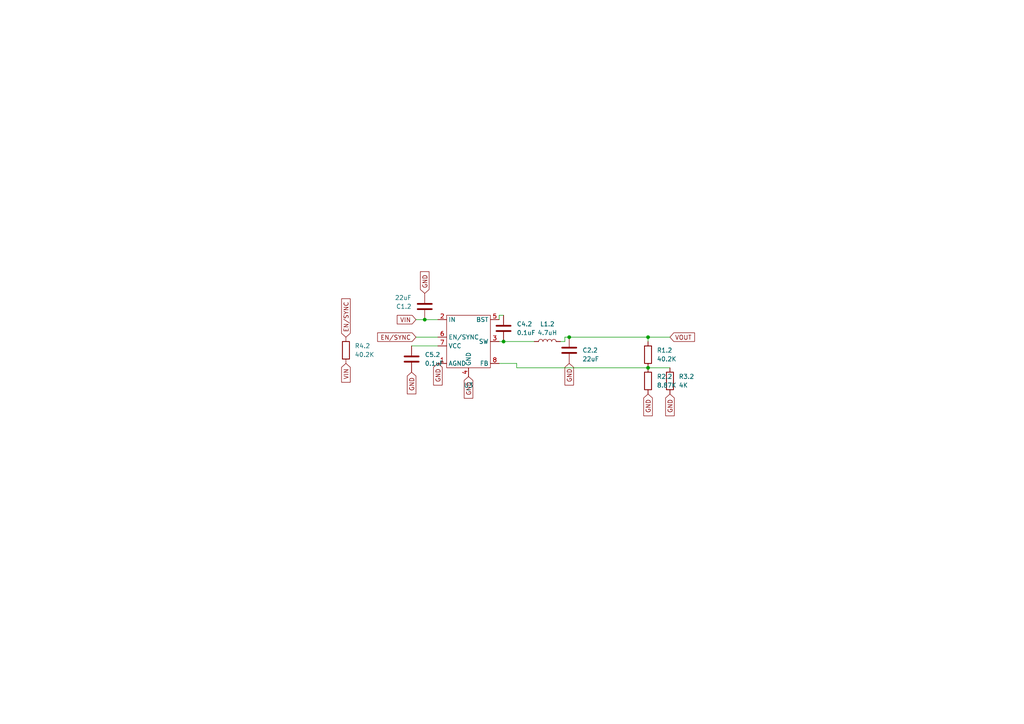
<source format=kicad_sch>
(kicad_sch
	(version 20231120)
	(generator "eeschema")
	(generator_version "8.0")
	(uuid "601a2f41-4d8e-4d35-ab85-be51746b7fa5")
	(paper "A4")
	(lib_symbols
		(symbol "Device:C"
			(pin_numbers hide)
			(pin_names
				(offset 0.254)
			)
			(exclude_from_sim no)
			(in_bom yes)
			(on_board yes)
			(property "Reference" "C"
				(at 0.635 2.54 0)
				(effects
					(font
						(size 1.27 1.27)
					)
					(justify left)
				)
			)
			(property "Value" "C"
				(at 0.635 -2.54 0)
				(effects
					(font
						(size 1.27 1.27)
					)
					(justify left)
				)
			)
			(property "Footprint" ""
				(at 0.9652 -3.81 0)
				(effects
					(font
						(size 1.27 1.27)
					)
					(hide yes)
				)
			)
			(property "Datasheet" "~"
				(at 0 0 0)
				(effects
					(font
						(size 1.27 1.27)
					)
					(hide yes)
				)
			)
			(property "Description" "Unpolarized capacitor"
				(at 0 0 0)
				(effects
					(font
						(size 1.27 1.27)
					)
					(hide yes)
				)
			)
			(property "ki_keywords" "cap capacitor"
				(at 0 0 0)
				(effects
					(font
						(size 1.27 1.27)
					)
					(hide yes)
				)
			)
			(property "ki_fp_filters" "C_*"
				(at 0 0 0)
				(effects
					(font
						(size 1.27 1.27)
					)
					(hide yes)
				)
			)
			(symbol "C_0_1"
				(polyline
					(pts
						(xy -2.032 -0.762) (xy 2.032 -0.762)
					)
					(stroke
						(width 0.508)
						(type default)
					)
					(fill
						(type none)
					)
				)
				(polyline
					(pts
						(xy -2.032 0.762) (xy 2.032 0.762)
					)
					(stroke
						(width 0.508)
						(type default)
					)
					(fill
						(type none)
					)
				)
			)
			(symbol "C_1_1"
				(pin passive line
					(at 0 3.81 270)
					(length 2.794)
					(name "~"
						(effects
							(font
								(size 1.27 1.27)
							)
						)
					)
					(number "1"
						(effects
							(font
								(size 1.27 1.27)
							)
						)
					)
				)
				(pin passive line
					(at 0 -3.81 90)
					(length 2.794)
					(name "~"
						(effects
							(font
								(size 1.27 1.27)
							)
						)
					)
					(number "2"
						(effects
							(font
								(size 1.27 1.27)
							)
						)
					)
				)
			)
		)
		(symbol "Device:L"
			(pin_numbers hide)
			(pin_names
				(offset 1.016) hide)
			(exclude_from_sim no)
			(in_bom yes)
			(on_board yes)
			(property "Reference" "L"
				(at -1.27 0 90)
				(effects
					(font
						(size 1.27 1.27)
					)
				)
			)
			(property "Value" "L"
				(at 1.905 0 90)
				(effects
					(font
						(size 1.27 1.27)
					)
				)
			)
			(property "Footprint" ""
				(at 0 0 0)
				(effects
					(font
						(size 1.27 1.27)
					)
					(hide yes)
				)
			)
			(property "Datasheet" "~"
				(at 0 0 0)
				(effects
					(font
						(size 1.27 1.27)
					)
					(hide yes)
				)
			)
			(property "Description" "Inductor"
				(at 0 0 0)
				(effects
					(font
						(size 1.27 1.27)
					)
					(hide yes)
				)
			)
			(property "ki_keywords" "inductor choke coil reactor magnetic"
				(at 0 0 0)
				(effects
					(font
						(size 1.27 1.27)
					)
					(hide yes)
				)
			)
			(property "ki_fp_filters" "Choke_* *Coil* Inductor_* L_*"
				(at 0 0 0)
				(effects
					(font
						(size 1.27 1.27)
					)
					(hide yes)
				)
			)
			(symbol "L_0_1"
				(arc
					(start 0 -2.54)
					(mid 0.6323 -1.905)
					(end 0 -1.27)
					(stroke
						(width 0)
						(type default)
					)
					(fill
						(type none)
					)
				)
				(arc
					(start 0 -1.27)
					(mid 0.6323 -0.635)
					(end 0 0)
					(stroke
						(width 0)
						(type default)
					)
					(fill
						(type none)
					)
				)
				(arc
					(start 0 0)
					(mid 0.6323 0.635)
					(end 0 1.27)
					(stroke
						(width 0)
						(type default)
					)
					(fill
						(type none)
					)
				)
				(arc
					(start 0 1.27)
					(mid 0.6323 1.905)
					(end 0 2.54)
					(stroke
						(width 0)
						(type default)
					)
					(fill
						(type none)
					)
				)
			)
			(symbol "L_1_1"
				(pin passive line
					(at 0 3.81 270)
					(length 1.27)
					(name "1"
						(effects
							(font
								(size 1.27 1.27)
							)
						)
					)
					(number "1"
						(effects
							(font
								(size 1.27 1.27)
							)
						)
					)
				)
				(pin passive line
					(at 0 -3.81 90)
					(length 1.27)
					(name "2"
						(effects
							(font
								(size 1.27 1.27)
							)
						)
					)
					(number "2"
						(effects
							(font
								(size 1.27 1.27)
							)
						)
					)
				)
			)
		)
		(symbol "Device:R"
			(pin_numbers hide)
			(pin_names
				(offset 0)
			)
			(exclude_from_sim no)
			(in_bom yes)
			(on_board yes)
			(property "Reference" "R"
				(at 2.032 0 90)
				(effects
					(font
						(size 1.27 1.27)
					)
				)
			)
			(property "Value" "R"
				(at 0 0 90)
				(effects
					(font
						(size 1.27 1.27)
					)
				)
			)
			(property "Footprint" ""
				(at -1.778 0 90)
				(effects
					(font
						(size 1.27 1.27)
					)
					(hide yes)
				)
			)
			(property "Datasheet" "~"
				(at 0 0 0)
				(effects
					(font
						(size 1.27 1.27)
					)
					(hide yes)
				)
			)
			(property "Description" "Resistor"
				(at 0 0 0)
				(effects
					(font
						(size 1.27 1.27)
					)
					(hide yes)
				)
			)
			(property "ki_keywords" "R res resistor"
				(at 0 0 0)
				(effects
					(font
						(size 1.27 1.27)
					)
					(hide yes)
				)
			)
			(property "ki_fp_filters" "R_*"
				(at 0 0 0)
				(effects
					(font
						(size 1.27 1.27)
					)
					(hide yes)
				)
			)
			(symbol "R_0_1"
				(rectangle
					(start -1.016 -2.54)
					(end 1.016 2.54)
					(stroke
						(width 0.254)
						(type default)
					)
					(fill
						(type none)
					)
				)
			)
			(symbol "R_1_1"
				(pin passive line
					(at 0 3.81 270)
					(length 1.27)
					(name "~"
						(effects
							(font
								(size 1.27 1.27)
							)
						)
					)
					(number "1"
						(effects
							(font
								(size 1.27 1.27)
							)
						)
					)
				)
				(pin passive line
					(at 0 -3.81 90)
					(length 1.27)
					(name "~"
						(effects
							(font
								(size 1.27 1.27)
							)
						)
					)
					(number "2"
						(effects
							(font
								(size 1.27 1.27)
							)
						)
					)
				)
			)
		)
		(symbol "mp2225:mp2225"
			(exclude_from_sim no)
			(in_bom yes)
			(on_board yes)
			(property "Reference" "U1"
				(at 0 -12.7 0)
				(effects
					(font
						(size 1.27 1.27)
					)
				)
			)
			(property "Value" "~"
				(at 0 -13.97 0)
				(effects
					(font
						(size 1.27 1.27)
					)
				)
			)
			(property "Footprint" "Package_TO_SOT_SMD:TSOT-23-8_HandSoldering"
				(at 0 0 0)
				(effects
					(font
						(size 1.27 1.27)
					)
					(hide yes)
				)
			)
			(property "Datasheet" ""
				(at 0 0 0)
				(effects
					(font
						(size 1.27 1.27)
					)
					(hide yes)
				)
			)
			(property "Description" ""
				(at 0 0 0)
				(effects
					(font
						(size 1.27 1.27)
					)
					(hide yes)
				)
			)
			(symbol "mp2225_0_1"
				(rectangle
					(start -6.35 7.62)
					(end 6.35 -7.62)
					(stroke
						(width 0)
						(type default)
					)
					(fill
						(type none)
					)
				)
			)
			(symbol "mp2225_1_1"
				(pin input line
					(at -8.89 -6.35 0)
					(length 2.54)
					(name "AGND"
						(effects
							(font
								(size 1.27 1.27)
							)
						)
					)
					(number "1"
						(effects
							(font
								(size 1.27 1.27)
							)
						)
					)
				)
				(pin input line
					(at -8.89 6.35 0)
					(length 2.54)
					(name "IN"
						(effects
							(font
								(size 1.27 1.27)
							)
						)
					)
					(number "2"
						(effects
							(font
								(size 1.27 1.27)
							)
						)
					)
				)
				(pin input line
					(at 8.89 0 180)
					(length 2.54)
					(name "SW"
						(effects
							(font
								(size 1.27 1.27)
							)
						)
					)
					(number "3"
						(effects
							(font
								(size 1.27 1.27)
							)
						)
					)
				)
				(pin input line
					(at 0 -10.16 90)
					(length 2.54)
					(name "GND"
						(effects
							(font
								(size 1.27 1.27)
							)
						)
					)
					(number "4"
						(effects
							(font
								(size 1.27 1.27)
							)
						)
					)
				)
				(pin input line
					(at 8.89 6.35 180)
					(length 2.54)
					(name "BST"
						(effects
							(font
								(size 1.27 1.27)
							)
						)
					)
					(number "5"
						(effects
							(font
								(size 1.27 1.27)
							)
						)
					)
				)
				(pin input line
					(at -8.89 1.27 0)
					(length 2.54)
					(name "EN/SYNC"
						(effects
							(font
								(size 1.27 1.27)
							)
						)
					)
					(number "6"
						(effects
							(font
								(size 1.27 1.27)
							)
						)
					)
				)
				(pin input line
					(at -8.89 -1.27 0)
					(length 2.54)
					(name "VCC"
						(effects
							(font
								(size 1.27 1.27)
							)
						)
					)
					(number "7"
						(effects
							(font
								(size 1.27 1.27)
							)
						)
					)
				)
				(pin input line
					(at 8.89 -6.35 180)
					(length 2.54)
					(name "FB"
						(effects
							(font
								(size 1.27 1.27)
							)
						)
					)
					(number "8"
						(effects
							(font
								(size 1.27 1.27)
							)
						)
					)
				)
			)
		)
	)
	(junction
		(at 165.1 97.79)
		(diameter 0)
		(color 0 0 0 0)
		(uuid "08273e22-68f8-420a-901f-9d8493d035c7")
	)
	(junction
		(at 146.05 99.06)
		(diameter 0)
		(color 0 0 0 0)
		(uuid "64c83124-3520-4aa1-a49e-ef197a2bca8f")
	)
	(junction
		(at 123.19 92.71)
		(diameter 0)
		(color 0 0 0 0)
		(uuid "7823b3ef-6b5f-4634-8512-f2e7819dd398")
	)
	(junction
		(at 187.96 97.79)
		(diameter 0)
		(color 0 0 0 0)
		(uuid "85369b2e-f14b-4d39-a116-064a018cdc6c")
	)
	(junction
		(at 187.96 106.68)
		(diameter 0)
		(color 0 0 0 0)
		(uuid "a84c9cec-b8a3-48ec-bf68-1685608f33b1")
	)
	(wire
		(pts
			(xy 144.78 91.44) (xy 146.05 91.44)
		)
		(stroke
			(width 0)
			(type default)
		)
		(uuid "07b7e352-812a-490c-b230-6d24b02fb7b2")
	)
	(wire
		(pts
			(xy 144.78 92.71) (xy 144.78 91.44)
		)
		(stroke
			(width 0)
			(type default)
		)
		(uuid "1c8262eb-15dd-487a-af3a-7b05441f4ff7")
	)
	(wire
		(pts
			(xy 149.86 105.41) (xy 144.78 105.41)
		)
		(stroke
			(width 0)
			(type default)
		)
		(uuid "2bc7bcbf-3e91-4d0f-8042-2933023adb4c")
	)
	(wire
		(pts
			(xy 165.1 97.79) (xy 187.96 97.79)
		)
		(stroke
			(width 0)
			(type default)
		)
		(uuid "313812ea-24f0-4c0f-a219-4cd494eec486")
	)
	(wire
		(pts
			(xy 187.96 106.68) (xy 194.31 106.68)
		)
		(stroke
			(width 0)
			(type default)
		)
		(uuid "5c53271c-9f11-40bb-a831-17268de694f4")
	)
	(wire
		(pts
			(xy 146.05 99.06) (xy 154.94 99.06)
		)
		(stroke
			(width 0)
			(type default)
		)
		(uuid "6d24d2ee-aac0-4fa6-90ab-328f11b5d57c")
	)
	(wire
		(pts
			(xy 163.83 97.79) (xy 165.1 97.79)
		)
		(stroke
			(width 0)
			(type default)
		)
		(uuid "6ed1ded6-f852-4cb5-b9f3-cc77304acc2e")
	)
	(wire
		(pts
			(xy 162.56 99.06) (xy 163.83 99.06)
		)
		(stroke
			(width 0)
			(type default)
		)
		(uuid "7ecfaab2-f221-43a5-87ea-05fe046f69b0")
	)
	(wire
		(pts
			(xy 120.65 97.79) (xy 127 97.79)
		)
		(stroke
			(width 0)
			(type default)
		)
		(uuid "8cd8ecb8-4dea-473c-bbc6-b3fca73ead30")
	)
	(wire
		(pts
			(xy 119.38 100.33) (xy 127 100.33)
		)
		(stroke
			(width 0)
			(type default)
		)
		(uuid "bc31d90c-c3f4-4d1d-bfe3-2a4f6f5911d5")
	)
	(wire
		(pts
			(xy 187.96 106.68) (xy 149.86 106.68)
		)
		(stroke
			(width 0)
			(type default)
		)
		(uuid "c35505f6-5c9a-499a-8780-e1fbe337490e")
	)
	(wire
		(pts
			(xy 163.83 97.79) (xy 163.83 99.06)
		)
		(stroke
			(width 0)
			(type default)
		)
		(uuid "d636f148-a98c-49f1-bbc2-f2305016229a")
	)
	(wire
		(pts
			(xy 187.96 97.79) (xy 187.96 99.06)
		)
		(stroke
			(width 0)
			(type default)
		)
		(uuid "dce37c25-bf90-49da-a81f-2f11231dadab")
	)
	(wire
		(pts
			(xy 120.65 92.71) (xy 123.19 92.71)
		)
		(stroke
			(width 0)
			(type default)
		)
		(uuid "dd432d24-b38f-4ec6-9583-dfb43edafbfc")
	)
	(wire
		(pts
			(xy 187.96 97.79) (xy 194.31 97.79)
		)
		(stroke
			(width 0)
			(type default)
		)
		(uuid "f3ebbc70-68dd-4c54-96c2-205801c913b3")
	)
	(wire
		(pts
			(xy 149.86 106.68) (xy 149.86 105.41)
		)
		(stroke
			(width 0)
			(type default)
		)
		(uuid "fb3bb3bc-25cd-4a81-a832-1853ff0d641f")
	)
	(wire
		(pts
			(xy 144.78 99.06) (xy 146.05 99.06)
		)
		(stroke
			(width 0)
			(type default)
		)
		(uuid "fcfc40f0-9cf8-407b-9f87-3a5faa5fe2c2")
	)
	(wire
		(pts
			(xy 123.19 92.71) (xy 127 92.71)
		)
		(stroke
			(width 0)
			(type default)
		)
		(uuid "ffdafda9-2914-48f5-b522-6d0cfe63faf7")
	)
	(global_label "GND"
		(shape input)
		(at 123.19 85.09 90)
		(effects
			(font
				(size 1.27 1.27)
			)
			(justify left)
		)
		(uuid "14418225-705d-4a4c-9a50-c2c440ae38da")
		(property "Intersheetrefs" "${INTERSHEET_REFS}"
			(at 123.19 85.09 0)
			(effects
				(font
					(size 1.27 1.27)
				)
				(hide yes)
			)
		)
	)
	(global_label "GND"
		(shape input)
		(at 194.31 114.3 270)
		(effects
			(font
				(size 1.27 1.27)
			)
			(justify right)
		)
		(uuid "3b556c33-4ac2-4686-bfb3-43b3bd7b4adf")
		(property "Intersheetrefs" "${INTERSHEET_REFS}"
			(at 194.31 114.3 0)
			(effects
				(font
					(size 1.27 1.27)
				)
				(hide yes)
			)
		)
	)
	(global_label "GND"
		(shape input)
		(at 127 105.41 270)
		(effects
			(font
				(size 1.27 1.27)
			)
			(justify right)
		)
		(uuid "51023100-2e92-4e3e-a3a3-e26c1cf7ef4b")
		(property "Intersheetrefs" "${INTERSHEET_REFS}"
			(at 127 105.41 0)
			(effects
				(font
					(size 1.27 1.27)
				)
				(hide yes)
			)
		)
	)
	(global_label "EN{slash}SYNC"
		(shape input)
		(at 100.33 97.79 90)
		(effects
			(font
				(size 1.27 1.27)
			)
			(justify left)
		)
		(uuid "689a5b57-5dcf-4b31-8430-d1d7586e57de")
		(property "Intersheetrefs" "${INTERSHEET_REFS}"
			(at 100.33 97.79 0)
			(effects
				(font
					(size 1.27 1.27)
				)
				(hide yes)
			)
		)
	)
	(global_label "VIN"
		(shape input)
		(at 100.33 105.41 270)
		(effects
			(font
				(size 1.27 1.27)
			)
			(justify right)
		)
		(uuid "6b2f3140-323a-42ad-91ed-4a3998d12fa1")
		(property "Intersheetrefs" "${INTERSHEET_REFS}"
			(at 100.33 105.41 0)
			(effects
				(font
					(size 1.27 1.27)
				)
				(hide yes)
			)
		)
	)
	(global_label "VIN"
		(shape input)
		(at 120.65 92.71 180)
		(effects
			(font
				(size 1.27 1.27)
			)
			(justify right)
		)
		(uuid "84029f31-1f63-4519-9e6f-e0ef65384442")
		(property "Intersheetrefs" "${INTERSHEET_REFS}"
			(at 120.65 92.71 0)
			(effects
				(font
					(size 1.27 1.27)
				)
				(hide yes)
			)
		)
	)
	(global_label "VOUT"
		(shape input)
		(at 194.31 97.79 0)
		(effects
			(font
				(size 1.27 1.27)
			)
			(justify left)
		)
		(uuid "aee1eb7c-7d8c-434d-97a0-3e744cd0d65d")
		(property "Intersheetrefs" "${INTERSHEET_REFS}"
			(at 194.31 97.79 0)
			(effects
				(font
					(size 1.27 1.27)
				)
				(hide yes)
			)
		)
	)
	(global_label "GND"
		(shape input)
		(at 119.38 107.95 270)
		(effects
			(font
				(size 1.27 1.27)
			)
			(justify right)
		)
		(uuid "c541d25e-7b6a-4a29-b9c5-be6e99983725")
		(property "Intersheetrefs" "${INTERSHEET_REFS}"
			(at 119.38 107.95 0)
			(effects
				(font
					(size 1.27 1.27)
				)
				(hide yes)
			)
		)
	)
	(global_label "GND"
		(shape input)
		(at 187.96 114.3 270)
		(effects
			(font
				(size 1.27 1.27)
			)
			(justify right)
		)
		(uuid "c7abd9e4-4d01-42b8-bc2a-af4ad8443f89")
		(property "Intersheetrefs" "${INTERSHEET_REFS}"
			(at 187.96 114.3 0)
			(effects
				(font
					(size 1.27 1.27)
				)
				(hide yes)
			)
		)
	)
	(global_label "GND"
		(shape input)
		(at 135.89 109.22 270)
		(effects
			(font
				(size 1.27 1.27)
			)
			(justify right)
		)
		(uuid "e83bcf53-758e-43f9-9e59-87211657d647")
		(property "Intersheetrefs" "${INTERSHEET_REFS}"
			(at 135.89 109.22 0)
			(effects
				(font
					(size 1.27 1.27)
				)
				(hide yes)
			)
		)
	)
	(global_label "EN{slash}SYNC"
		(shape input)
		(at 120.65 97.79 180)
		(effects
			(font
				(size 1.27 1.27)
			)
			(justify right)
		)
		(uuid "f049f4ae-d451-41e8-b4d3-ed18367c0c8f")
		(property "Intersheetrefs" "${INTERSHEET_REFS}"
			(at 120.65 97.79 0)
			(effects
				(font
					(size 1.27 1.27)
				)
				(hide yes)
			)
		)
	)
	(global_label "GND"
		(shape input)
		(at 165.1 105.41 270)
		(effects
			(font
				(size 1.27 1.27)
			)
			(justify right)
		)
		(uuid "f453c490-691c-4fbd-9279-392cb6d5b023")
		(property "Intersheetrefs" "${INTERSHEET_REFS}"
			(at 165.1 105.41 0)
			(effects
				(font
					(size 1.27 1.27)
				)
				(hide yes)
			)
		)
	)
	(symbol
		(lib_id "Device:C")
		(at 123.19 88.9 180)
		(unit 1)
		(exclude_from_sim no)
		(in_bom yes)
		(on_board yes)
		(dnp no)
		(uuid "1902bc58-0595-4e16-b145-7015f765b17a")
		(property "Reference" "C1.2"
			(at 119.38 88.9001 0)
			(effects
				(font
					(size 1.27 1.27)
				)
				(justify left)
			)
		)
		(property "Value" "22uF"
			(at 119.38 86.3601 0)
			(effects
				(font
					(size 1.27 1.27)
				)
				(justify left)
			)
		)
		(property "Footprint" "Capacitor_SMD:C_1210_3225Metric"
			(at 122.2248 85.09 0)
			(effects
				(font
					(size 1.27 1.27)
				)
				(hide yes)
			)
		)
		(property "Datasheet" "~"
			(at 123.19 88.9 0)
			(effects
				(font
					(size 1.27 1.27)
				)
				(hide yes)
			)
		)
		(property "Description" "Unpolarized capacitor"
			(at 123.19 88.9 0)
			(effects
				(font
					(size 1.27 1.27)
				)
				(hide yes)
			)
		)
		(pin "2"
			(uuid "9fe4d1e3-95a1-4b8b-a349-b6c9de4c3085")
		)
		(pin "1"
			(uuid "26ee02d0-0b17-4cc1-bafe-b0449f6f8233")
		)
		(instances
			(project "buck_conv"
				(path "/601a2f41-4d8e-4d35-ab85-be51746b7fa5"
					(reference "C1.2")
					(unit 1)
				)
			)
		)
	)
	(symbol
		(lib_id "Device:L")
		(at 158.75 99.06 90)
		(unit 1)
		(exclude_from_sim no)
		(in_bom yes)
		(on_board yes)
		(dnp no)
		(fields_autoplaced yes)
		(uuid "282eecec-a27b-4dbd-9e29-a75a3bddee32")
		(property "Reference" "L1.2"
			(at 158.75 93.98 90)
			(effects
				(font
					(size 1.27 1.27)
				)
			)
		)
		(property "Value" "4.7uH"
			(at 158.75 96.52 90)
			(effects
				(font
					(size 1.27 1.27)
				)
			)
		)
		(property "Footprint" "Inductor_SMD:L_KOHERelec_MDA7030"
			(at 158.75 99.06 0)
			(effects
				(font
					(size 1.27 1.27)
				)
				(hide yes)
			)
		)
		(property "Datasheet" "~"
			(at 158.75 99.06 0)
			(effects
				(font
					(size 1.27 1.27)
				)
				(hide yes)
			)
		)
		(property "Description" "Inductor"
			(at 158.75 99.06 0)
			(effects
				(font
					(size 1.27 1.27)
				)
				(hide yes)
			)
		)
		(pin "2"
			(uuid "d5dd7c0f-59f5-4f26-9594-fa06ac77aa28")
		)
		(pin "1"
			(uuid "8918d8ed-b7f9-4f92-be96-d0d14ba9493a")
		)
		(instances
			(project ""
				(path "/601a2f41-4d8e-4d35-ab85-be51746b7fa5"
					(reference "L1.2")
					(unit 1)
				)
			)
		)
	)
	(symbol
		(lib_id "Device:C")
		(at 119.38 104.14 0)
		(unit 1)
		(exclude_from_sim no)
		(in_bom yes)
		(on_board yes)
		(dnp no)
		(fields_autoplaced yes)
		(uuid "32568642-e4f4-4bfb-9b36-541589c48331")
		(property "Reference" "C5.2"
			(at 123.19 102.8699 0)
			(effects
				(font
					(size 1.27 1.27)
				)
				(justify left)
			)
		)
		(property "Value" "0.1uF"
			(at 123.19 105.4099 0)
			(effects
				(font
					(size 1.27 1.27)
				)
				(justify left)
			)
		)
		(property "Footprint" "Capacitor_SMD:C_0402_1005Metric"
			(at 120.3452 107.95 0)
			(effects
				(font
					(size 1.27 1.27)
				)
				(hide yes)
			)
		)
		(property "Datasheet" "~"
			(at 119.38 104.14 0)
			(effects
				(font
					(size 1.27 1.27)
				)
				(hide yes)
			)
		)
		(property "Description" "Unpolarized capacitor"
			(at 119.38 104.14 0)
			(effects
				(font
					(size 1.27 1.27)
				)
				(hide yes)
			)
		)
		(pin "2"
			(uuid "41e4671a-b717-4849-a499-aa64114a8299")
		)
		(pin "1"
			(uuid "97dccb50-4553-4e15-93fe-a78fb0d42dcd")
		)
		(instances
			(project ""
				(path "/601a2f41-4d8e-4d35-ab85-be51746b7fa5"
					(reference "C5.2")
					(unit 1)
				)
			)
		)
	)
	(symbol
		(lib_id "Device:R")
		(at 187.96 102.87 0)
		(unit 1)
		(exclude_from_sim no)
		(in_bom yes)
		(on_board yes)
		(dnp no)
		(fields_autoplaced yes)
		(uuid "5691a8b1-056a-41ec-bc76-30c35b4fbfba")
		(property "Reference" "R1.2"
			(at 190.5 101.5999 0)
			(effects
				(font
					(size 1.27 1.27)
				)
				(justify left)
			)
		)
		(property "Value" "40.2K"
			(at 190.5 104.1399 0)
			(effects
				(font
					(size 1.27 1.27)
				)
				(justify left)
			)
		)
		(property "Footprint" "Resistor_SMD:R_0402_1005Metric"
			(at 186.182 102.87 90)
			(effects
				(font
					(size 1.27 1.27)
				)
				(hide yes)
			)
		)
		(property "Datasheet" "~"
			(at 187.96 102.87 0)
			(effects
				(font
					(size 1.27 1.27)
				)
				(hide yes)
			)
		)
		(property "Description" "Resistor"
			(at 187.96 102.87 0)
			(effects
				(font
					(size 1.27 1.27)
				)
				(hide yes)
			)
		)
		(pin "1"
			(uuid "d807a1bb-764f-41de-8408-8ff4bcf7e1ea")
		)
		(pin "2"
			(uuid "bb959498-3e22-4698-a276-0d36be6cf09f")
		)
		(instances
			(project ""
				(path "/601a2f41-4d8e-4d35-ab85-be51746b7fa5"
					(reference "R1.2")
					(unit 1)
				)
			)
		)
	)
	(symbol
		(lib_id "Device:R")
		(at 187.96 110.49 0)
		(unit 1)
		(exclude_from_sim no)
		(in_bom yes)
		(on_board yes)
		(dnp no)
		(fields_autoplaced yes)
		(uuid "9c4d78d7-cdc2-404b-96ef-f9c1a724aaeb")
		(property "Reference" "R2.2"
			(at 190.5 109.2199 0)
			(effects
				(font
					(size 1.27 1.27)
				)
				(justify left)
			)
		)
		(property "Value" "8.87K"
			(at 190.5 111.7599 0)
			(effects
				(font
					(size 1.27 1.27)
				)
				(justify left)
			)
		)
		(property "Footprint" "Resistor_SMD:R_0402_1005Metric"
			(at 186.182 110.49 90)
			(effects
				(font
					(size 1.27 1.27)
				)
				(hide yes)
			)
		)
		(property "Datasheet" "~"
			(at 187.96 110.49 0)
			(effects
				(font
					(size 1.27 1.27)
				)
				(hide yes)
			)
		)
		(property "Description" "Resistor"
			(at 187.96 110.49 0)
			(effects
				(font
					(size 1.27 1.27)
				)
				(hide yes)
			)
		)
		(pin "1"
			(uuid "3ccfe1a8-3723-4e1d-96c8-61148e331392")
		)
		(pin "2"
			(uuid "99860188-4c5a-44f5-8caf-9d772caf93cc")
		)
		(instances
			(project "buck_conv"
				(path "/601a2f41-4d8e-4d35-ab85-be51746b7fa5"
					(reference "R2.2")
					(unit 1)
				)
			)
		)
	)
	(symbol
		(lib_id "Device:C")
		(at 146.05 95.25 0)
		(unit 1)
		(exclude_from_sim no)
		(in_bom yes)
		(on_board yes)
		(dnp no)
		(fields_autoplaced yes)
		(uuid "ab012058-c7c9-4f70-bf52-04866562dfa0")
		(property "Reference" "C4.2"
			(at 149.86 93.9799 0)
			(effects
				(font
					(size 1.27 1.27)
				)
				(justify left)
			)
		)
		(property "Value" "0.1uF"
			(at 149.86 96.5199 0)
			(effects
				(font
					(size 1.27 1.27)
				)
				(justify left)
			)
		)
		(property "Footprint" "Capacitor_SMD:C_0402_1005Metric"
			(at 147.0152 99.06 0)
			(effects
				(font
					(size 1.27 1.27)
				)
				(hide yes)
			)
		)
		(property "Datasheet" "~"
			(at 146.05 95.25 0)
			(effects
				(font
					(size 1.27 1.27)
				)
				(hide yes)
			)
		)
		(property "Description" "Unpolarized capacitor"
			(at 146.05 95.25 0)
			(effects
				(font
					(size 1.27 1.27)
				)
				(hide yes)
			)
		)
		(pin "2"
			(uuid "df833a03-2435-4fac-a6c5-6cb96b369f95")
		)
		(pin "1"
			(uuid "60d5234a-a541-4cb0-8b7e-59d3f1c3a7df")
		)
		(instances
			(project "buck_conv"
				(path "/601a2f41-4d8e-4d35-ab85-be51746b7fa5"
					(reference "C4.2")
					(unit 1)
				)
			)
		)
	)
	(symbol
		(lib_id "Device:R")
		(at 194.31 110.49 0)
		(unit 1)
		(exclude_from_sim no)
		(in_bom yes)
		(on_board yes)
		(dnp no)
		(fields_autoplaced yes)
		(uuid "d7715bf8-54c4-416c-bdf8-eec3e830cd97")
		(property "Reference" "R3.2"
			(at 196.85 109.2199 0)
			(effects
				(font
					(size 1.27 1.27)
				)
				(justify left)
			)
		)
		(property "Value" "4K"
			(at 196.85 111.7599 0)
			(effects
				(font
					(size 1.27 1.27)
				)
				(justify left)
			)
		)
		(property "Footprint" "Resistor_SMD:R_0402_1005Metric"
			(at 192.532 110.49 90)
			(effects
				(font
					(size 1.27 1.27)
				)
				(hide yes)
			)
		)
		(property "Datasheet" "~"
			(at 194.31 110.49 0)
			(effects
				(font
					(size 1.27 1.27)
				)
				(hide yes)
			)
		)
		(property "Description" "Resistor"
			(at 194.31 110.49 0)
			(effects
				(font
					(size 1.27 1.27)
				)
				(hide yes)
			)
		)
		(pin "1"
			(uuid "2965287e-1fc4-44ed-bd30-eb011cbcae80")
		)
		(pin "2"
			(uuid "a2a89df2-2748-4e92-a36a-23e64bdefe9f")
		)
		(instances
			(project "buck_conv"
				(path "/601a2f41-4d8e-4d35-ab85-be51746b7fa5"
					(reference "R3.2")
					(unit 1)
				)
			)
		)
	)
	(symbol
		(lib_id "mp2225:mp2225")
		(at 135.89 99.06 0)
		(unit 1)
		(exclude_from_sim no)
		(in_bom yes)
		(on_board yes)
		(dnp no)
		(fields_autoplaced yes)
		(uuid "d7ac2973-5127-4c44-b45c-36e97cd35c5f")
		(property "Reference" "U3"
			(at 135.89 111.76 0)
			(effects
				(font
					(size 1.27 1.27)
				)
			)
		)
		(property "Value" "~"
			(at 135.89 113.03 0)
			(effects
				(font
					(size 1.27 1.27)
				)
			)
		)
		(property "Footprint" "Package_TO_SOT_SMD:TSOT-23-8_HandSoldering"
			(at 135.89 99.06 0)
			(effects
				(font
					(size 1.27 1.27)
				)
				(hide yes)
			)
		)
		(property "Datasheet" ""
			(at 135.89 99.06 0)
			(effects
				(font
					(size 1.27 1.27)
				)
				(hide yes)
			)
		)
		(property "Description" ""
			(at 135.89 99.06 0)
			(effects
				(font
					(size 1.27 1.27)
				)
				(hide yes)
			)
		)
		(pin "3"
			(uuid "4d4225f4-dddc-46a2-8db3-a58bbfd21052")
		)
		(pin "2"
			(uuid "86a2e464-7060-4045-a5b6-fa9247d88c1a")
		)
		(pin "8"
			(uuid "539e9bc5-6cbd-49df-a617-60f13ba65bcf")
		)
		(pin "7"
			(uuid "df7232c6-3b2a-4099-b699-507ee46490bc")
		)
		(pin "4"
			(uuid "214dd26d-d5d0-4772-b91b-cf9eb533812e")
		)
		(pin "6"
			(uuid "08d1bcdf-b577-40e9-9a36-8eb50181b0d2")
		)
		(pin "5"
			(uuid "ec686702-d08f-4a0d-b376-a493bfdb427f")
		)
		(pin "1"
			(uuid "101a453e-553f-49c5-963d-749141a8194e")
		)
		(instances
			(project ""
				(path "/601a2f41-4d8e-4d35-ab85-be51746b7fa5"
					(reference "U3")
					(unit 1)
				)
			)
		)
	)
	(symbol
		(lib_id "Device:C")
		(at 165.1 101.6 0)
		(unit 1)
		(exclude_from_sim no)
		(in_bom yes)
		(on_board yes)
		(dnp no)
		(uuid "f7537ae9-9320-45d0-9e1d-6e9b0d8b3b44")
		(property "Reference" "C2.2"
			(at 168.91 101.5999 0)
			(effects
				(font
					(size 1.27 1.27)
				)
				(justify left)
			)
		)
		(property "Value" "22uF"
			(at 168.91 104.1399 0)
			(effects
				(font
					(size 1.27 1.27)
				)
				(justify left)
			)
		)
		(property "Footprint" "Capacitor_SMD:C_1210_3225Metric"
			(at 166.0652 105.41 0)
			(effects
				(font
					(size 1.27 1.27)
				)
				(hide yes)
			)
		)
		(property "Datasheet" "~"
			(at 165.1 101.6 0)
			(effects
				(font
					(size 1.27 1.27)
				)
				(hide yes)
			)
		)
		(property "Description" "Unpolarized capacitor"
			(at 165.1 101.6 0)
			(effects
				(font
					(size 1.27 1.27)
				)
				(hide yes)
			)
		)
		(pin "2"
			(uuid "409417c6-7e6a-43eb-af4a-263a4d221a43")
		)
		(pin "1"
			(uuid "66a2f756-3b67-483b-b84f-14157e06f6a7")
		)
		(instances
			(project "buck_conv"
				(path "/601a2f41-4d8e-4d35-ab85-be51746b7fa5"
					(reference "C2.2")
					(unit 1)
				)
			)
		)
	)
	(symbol
		(lib_id "Device:R")
		(at 100.33 101.6 0)
		(unit 1)
		(exclude_from_sim no)
		(in_bom yes)
		(on_board yes)
		(dnp no)
		(fields_autoplaced yes)
		(uuid "ff5ff3d4-f8bb-4c19-8059-51507cb24172")
		(property "Reference" "R4.2"
			(at 102.87 100.3299 0)
			(effects
				(font
					(size 1.27 1.27)
				)
				(justify left)
			)
		)
		(property "Value" "40.2K"
			(at 102.87 102.8699 0)
			(effects
				(font
					(size 1.27 1.27)
				)
				(justify left)
			)
		)
		(property "Footprint" "Resistor_SMD:R_0402_1005Metric"
			(at 98.552 101.6 90)
			(effects
				(font
					(size 1.27 1.27)
				)
				(hide yes)
			)
		)
		(property "Datasheet" "~"
			(at 100.33 101.6 0)
			(effects
				(font
					(size 1.27 1.27)
				)
				(hide yes)
			)
		)
		(property "Description" "Resistor"
			(at 100.33 101.6 0)
			(effects
				(font
					(size 1.27 1.27)
				)
				(hide yes)
			)
		)
		(pin "1"
			(uuid "4b5101b5-c9f4-4568-b8f1-4c59314527d5")
		)
		(pin "2"
			(uuid "2ac195c3-3ed4-42ad-9183-ece5dced3137")
		)
		(instances
			(project "buck_conv"
				(path "/601a2f41-4d8e-4d35-ab85-be51746b7fa5"
					(reference "R4.2")
					(unit 1)
				)
			)
		)
	)
	(sheet_instances
		(path "/"
			(page "1")
		)
	)
)

</source>
